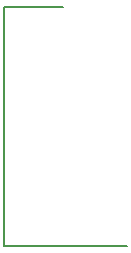
<source format=gbr>
%TF.GenerationSoftware,Altium Limited,Altium Designer,23.3.1 (30)*%
G04 Layer_Color=32768*
%FSLAX45Y45*%
%MOMM*%
%TF.SameCoordinates,796C1B80-4156-4CD7-A6E5-B9CE5994D65D*%
%TF.FilePolarity,Positive*%
%TF.FileFunction,Other,Mechanical_7*%
%TF.Part,Single*%
G01*
G75*
%TA.AperFunction,NonConductor*%
%ADD36C,0.19990*%
D36*
X8360004Y7244994D02*
X9398000D01*
X8360004D02*
Y9265006D01*
X8860003D01*
%TF.MD5,c711d605e50c4fe976f066d3b9f7c466*%
M02*

</source>
